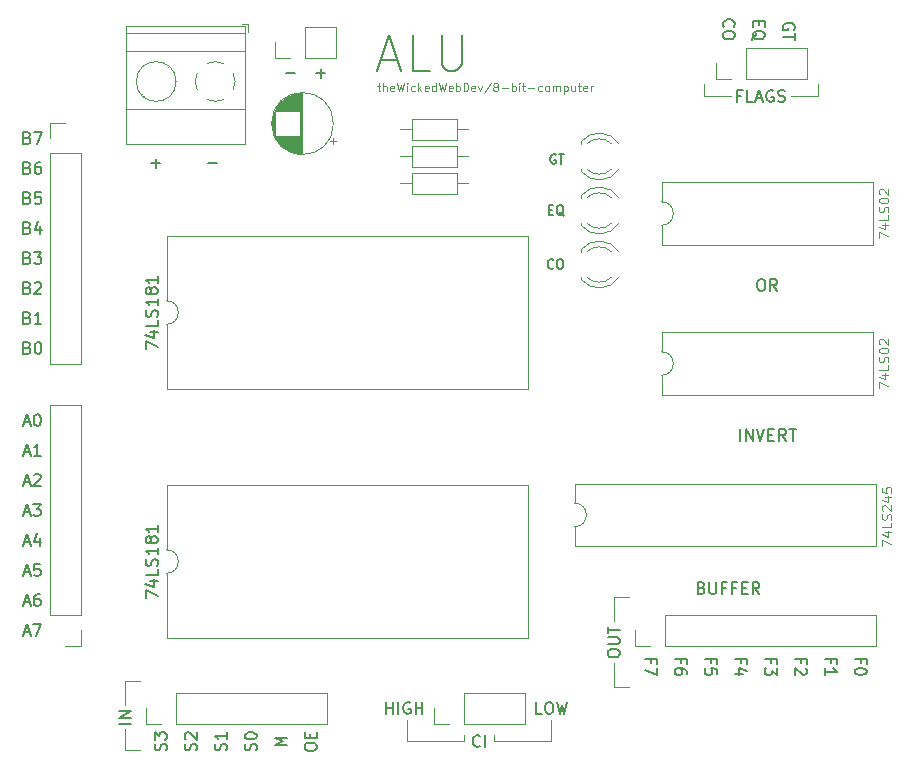
<source format=gbr>
%TF.GenerationSoftware,KiCad,Pcbnew,(5.1.9-0-10_14)*%
%TF.CreationDate,2021-05-10T13:01:54-04:00*%
%TF.ProjectId,ALU-181,414c552d-3138-4312-9e6b-696361645f70,rev?*%
%TF.SameCoordinates,Original*%
%TF.FileFunction,Legend,Top*%
%TF.FilePolarity,Positive*%
%FSLAX46Y46*%
G04 Gerber Fmt 4.6, Leading zero omitted, Abs format (unit mm)*
G04 Created by KiCad (PCBNEW (5.1.9-0-10_14)) date 2021-05-10 13:01:54*
%MOMM*%
%LPD*%
G01*
G04 APERTURE LIST*
%ADD10C,0.150000*%
%ADD11C,0.120000*%
%ADD12C,0.130000*%
%ADD13C,0.100000*%
%ADD14C,0.200000*%
G04 APERTURE END LIST*
D10*
X135554500Y-107005428D02*
X136316404Y-107005428D01*
X135935452Y-107386380D02*
X135935452Y-106624476D01*
X140380500Y-107005428D02*
X141142404Y-107005428D01*
X146984500Y-99385428D02*
X147746404Y-99385428D01*
X149524500Y-99385428D02*
X150286404Y-99385428D01*
X149905452Y-99766380D02*
X149905452Y-99004476D01*
D11*
X133350000Y-156718000D02*
X134620000Y-156718000D01*
X133350000Y-154940000D02*
X133350000Y-156718000D01*
X133350000Y-150876000D02*
X134620000Y-150876000D01*
X133350000Y-152908000D02*
X133350000Y-150876000D01*
X174752000Y-149352000D02*
X174752000Y-151384000D01*
X174752000Y-143764000D02*
X174752000Y-145796000D01*
X174752000Y-151384000D02*
X176022000Y-151384000D01*
X174752000Y-143764000D02*
X176022000Y-143764000D01*
D10*
X174204380Y-148574000D02*
X174204380Y-148383523D01*
X174252000Y-148288285D01*
X174347238Y-148193047D01*
X174537714Y-148145428D01*
X174871047Y-148145428D01*
X175061523Y-148193047D01*
X175156761Y-148288285D01*
X175204380Y-148383523D01*
X175204380Y-148574000D01*
X175156761Y-148669238D01*
X175061523Y-148764476D01*
X174871047Y-148812095D01*
X174537714Y-148812095D01*
X174347238Y-148764476D01*
X174252000Y-148669238D01*
X174204380Y-148574000D01*
X174204380Y-147716857D02*
X175013904Y-147716857D01*
X175109142Y-147669238D01*
X175156761Y-147621619D01*
X175204380Y-147526380D01*
X175204380Y-147335904D01*
X175156761Y-147240666D01*
X175109142Y-147193047D01*
X175013904Y-147145428D01*
X174204380Y-147145428D01*
X174204380Y-146812095D02*
X174204380Y-146240666D01*
X175204380Y-146526380D02*
X174204380Y-146526380D01*
D11*
X192024000Y-101346000D02*
X192024000Y-100330000D01*
X189738000Y-101346000D02*
X192024000Y-101346000D01*
X182372000Y-101346000D02*
X182372000Y-100330000D01*
X184658000Y-101346000D02*
X182372000Y-101346000D01*
D10*
X185481738Y-101274571D02*
X185148404Y-101274571D01*
X185148404Y-101798380D02*
X185148404Y-100798380D01*
X185624595Y-100798380D01*
X186481738Y-101798380D02*
X186005547Y-101798380D01*
X186005547Y-100798380D01*
X186767452Y-101512666D02*
X187243642Y-101512666D01*
X186672214Y-101798380D02*
X187005547Y-100798380D01*
X187338880Y-101798380D01*
X188196023Y-100846000D02*
X188100785Y-100798380D01*
X187957928Y-100798380D01*
X187815071Y-100846000D01*
X187719833Y-100941238D01*
X187672214Y-101036476D01*
X187624595Y-101226952D01*
X187624595Y-101369809D01*
X187672214Y-101560285D01*
X187719833Y-101655523D01*
X187815071Y-101750761D01*
X187957928Y-101798380D01*
X188053166Y-101798380D01*
X188196023Y-101750761D01*
X188243642Y-101703142D01*
X188243642Y-101369809D01*
X188053166Y-101369809D01*
X188624595Y-101750761D02*
X188767452Y-101798380D01*
X189005547Y-101798380D01*
X189100785Y-101750761D01*
X189148404Y-101703142D01*
X189196023Y-101607904D01*
X189196023Y-101512666D01*
X189148404Y-101417428D01*
X189100785Y-101369809D01*
X189005547Y-101322190D01*
X188815071Y-101274571D01*
X188719833Y-101226952D01*
X188672214Y-101179333D01*
X188624595Y-101084095D01*
X188624595Y-100988857D01*
X188672214Y-100893619D01*
X188719833Y-100846000D01*
X188815071Y-100798380D01*
X189053166Y-100798380D01*
X189196023Y-100846000D01*
X133802380Y-154447809D02*
X132802380Y-154447809D01*
X133802380Y-153971619D02*
X132802380Y-153971619D01*
X133802380Y-153400190D01*
X132802380Y-153400190D01*
D12*
X182142095Y-142930571D02*
X182284952Y-142978190D01*
X182332571Y-143025809D01*
X182380190Y-143121047D01*
X182380190Y-143263904D01*
X182332571Y-143359142D01*
X182284952Y-143406761D01*
X182189714Y-143454380D01*
X181808761Y-143454380D01*
X181808761Y-142454380D01*
X182142095Y-142454380D01*
X182237333Y-142502000D01*
X182284952Y-142549619D01*
X182332571Y-142644857D01*
X182332571Y-142740095D01*
X182284952Y-142835333D01*
X182237333Y-142882952D01*
X182142095Y-142930571D01*
X181808761Y-142930571D01*
X182808761Y-142454380D02*
X182808761Y-143263904D01*
X182856380Y-143359142D01*
X182904000Y-143406761D01*
X182999238Y-143454380D01*
X183189714Y-143454380D01*
X183284952Y-143406761D01*
X183332571Y-143359142D01*
X183380190Y-143263904D01*
X183380190Y-142454380D01*
X184189714Y-142930571D02*
X183856380Y-142930571D01*
X183856380Y-143454380D02*
X183856380Y-142454380D01*
X184332571Y-142454380D01*
X185046857Y-142930571D02*
X184713523Y-142930571D01*
X184713523Y-143454380D02*
X184713523Y-142454380D01*
X185189714Y-142454380D01*
X185570666Y-142930571D02*
X185904000Y-142930571D01*
X186046857Y-143454380D02*
X185570666Y-143454380D01*
X185570666Y-142454380D01*
X186046857Y-142454380D01*
X187046857Y-143454380D02*
X186713523Y-142978190D01*
X186475428Y-143454380D02*
X186475428Y-142454380D01*
X186856380Y-142454380D01*
X186951619Y-142502000D01*
X186999238Y-142549619D01*
X187046857Y-142644857D01*
X187046857Y-142787714D01*
X186999238Y-142882952D01*
X186951619Y-142930571D01*
X186856380Y-142978190D01*
X186475428Y-142978190D01*
D11*
X169418000Y-155956000D02*
X169418000Y-154178000D01*
X164592000Y-155956000D02*
X169418000Y-155956000D01*
X164592000Y-155448000D02*
X164592000Y-155956000D01*
X157226000Y-155956000D02*
X157226000Y-154178000D01*
X162052000Y-155956000D02*
X157226000Y-155956000D01*
X162052000Y-155448000D02*
X162052000Y-155956000D01*
D10*
X195651428Y-149272666D02*
X195651428Y-148939333D01*
X195127619Y-148939333D02*
X196127619Y-148939333D01*
X196127619Y-149415523D01*
X196127619Y-149986952D02*
X196127619Y-150082190D01*
X196080000Y-150177428D01*
X196032380Y-150225047D01*
X195937142Y-150272666D01*
X195746666Y-150320285D01*
X195508571Y-150320285D01*
X195318095Y-150272666D01*
X195222857Y-150225047D01*
X195175238Y-150177428D01*
X195127619Y-150082190D01*
X195127619Y-149986952D01*
X195175238Y-149891714D01*
X195222857Y-149844095D01*
X195318095Y-149796476D01*
X195508571Y-149748857D01*
X195746666Y-149748857D01*
X195937142Y-149796476D01*
X196032380Y-149844095D01*
X196080000Y-149891714D01*
X196127619Y-149986952D01*
X193111428Y-149272666D02*
X193111428Y-148939333D01*
X192587619Y-148939333D02*
X193587619Y-148939333D01*
X193587619Y-149415523D01*
X192587619Y-150320285D02*
X192587619Y-149748857D01*
X192587619Y-150034571D02*
X193587619Y-150034571D01*
X193444761Y-149939333D01*
X193349523Y-149844095D01*
X193301904Y-149748857D01*
X190571428Y-149272666D02*
X190571428Y-148939333D01*
X190047619Y-148939333D02*
X191047619Y-148939333D01*
X191047619Y-149415523D01*
X190952380Y-149748857D02*
X191000000Y-149796476D01*
X191047619Y-149891714D01*
X191047619Y-150129809D01*
X191000000Y-150225047D01*
X190952380Y-150272666D01*
X190857142Y-150320285D01*
X190761904Y-150320285D01*
X190619047Y-150272666D01*
X190047619Y-149701238D01*
X190047619Y-150320285D01*
X188031428Y-149272666D02*
X188031428Y-148939333D01*
X187507619Y-148939333D02*
X188507619Y-148939333D01*
X188507619Y-149415523D01*
X188507619Y-149701238D02*
X188507619Y-150320285D01*
X188126666Y-149986952D01*
X188126666Y-150129809D01*
X188079047Y-150225047D01*
X188031428Y-150272666D01*
X187936190Y-150320285D01*
X187698095Y-150320285D01*
X187602857Y-150272666D01*
X187555238Y-150225047D01*
X187507619Y-150129809D01*
X187507619Y-149844095D01*
X187555238Y-149748857D01*
X187602857Y-149701238D01*
X185491428Y-149272666D02*
X185491428Y-148939333D01*
X184967619Y-148939333D02*
X185967619Y-148939333D01*
X185967619Y-149415523D01*
X185634285Y-150225047D02*
X184967619Y-150225047D01*
X186015238Y-149986952D02*
X185300952Y-149748857D01*
X185300952Y-150367904D01*
X182951428Y-149272666D02*
X182951428Y-148939333D01*
X182427619Y-148939333D02*
X183427619Y-148939333D01*
X183427619Y-149415523D01*
X183427619Y-150272666D02*
X183427619Y-149796476D01*
X182951428Y-149748857D01*
X182999047Y-149796476D01*
X183046666Y-149891714D01*
X183046666Y-150129809D01*
X182999047Y-150225047D01*
X182951428Y-150272666D01*
X182856190Y-150320285D01*
X182618095Y-150320285D01*
X182522857Y-150272666D01*
X182475238Y-150225047D01*
X182427619Y-150129809D01*
X182427619Y-149891714D01*
X182475238Y-149796476D01*
X182522857Y-149748857D01*
X180411428Y-149272666D02*
X180411428Y-148939333D01*
X179887619Y-148939333D02*
X180887619Y-148939333D01*
X180887619Y-149415523D01*
X180887619Y-150225047D02*
X180887619Y-150034571D01*
X180840000Y-149939333D01*
X180792380Y-149891714D01*
X180649523Y-149796476D01*
X180459047Y-149748857D01*
X180078095Y-149748857D01*
X179982857Y-149796476D01*
X179935238Y-149844095D01*
X179887619Y-149939333D01*
X179887619Y-150129809D01*
X179935238Y-150225047D01*
X179982857Y-150272666D01*
X180078095Y-150320285D01*
X180316190Y-150320285D01*
X180411428Y-150272666D01*
X180459047Y-150225047D01*
X180506666Y-150129809D01*
X180506666Y-149939333D01*
X180459047Y-149844095D01*
X180411428Y-149796476D01*
X180316190Y-149748857D01*
X177871428Y-149272666D02*
X177871428Y-148939333D01*
X177347619Y-148939333D02*
X178347619Y-148939333D01*
X178347619Y-149415523D01*
X178347619Y-149701238D02*
X178347619Y-150367904D01*
X177347619Y-149939333D01*
X147010380Y-156289333D02*
X146010380Y-156289333D01*
X146724666Y-155956000D01*
X146010380Y-155622666D01*
X147010380Y-155622666D01*
X148550380Y-156503619D02*
X148550380Y-156313142D01*
X148598000Y-156217904D01*
X148693238Y-156122666D01*
X148883714Y-156075047D01*
X149217047Y-156075047D01*
X149407523Y-156122666D01*
X149502761Y-156217904D01*
X149550380Y-156313142D01*
X149550380Y-156503619D01*
X149502761Y-156598857D01*
X149407523Y-156694095D01*
X149217047Y-156741714D01*
X148883714Y-156741714D01*
X148693238Y-156694095D01*
X148598000Y-156598857D01*
X148550380Y-156503619D01*
X149026571Y-155646476D02*
X149026571Y-155313142D01*
X149550380Y-155170285D02*
X149550380Y-155646476D01*
X148550380Y-155646476D01*
X148550380Y-155170285D01*
D13*
X197427904Y-139401238D02*
X197427904Y-138867904D01*
X198227904Y-139210761D01*
X197694571Y-138220285D02*
X198227904Y-138220285D01*
X197389809Y-138410761D02*
X197961238Y-138601238D01*
X197961238Y-138106000D01*
X198227904Y-137420285D02*
X198227904Y-137801238D01*
X197427904Y-137801238D01*
X198189809Y-137191714D02*
X198227904Y-137077428D01*
X198227904Y-136886952D01*
X198189809Y-136810761D01*
X198151714Y-136772666D01*
X198075523Y-136734571D01*
X197999333Y-136734571D01*
X197923142Y-136772666D01*
X197885047Y-136810761D01*
X197846952Y-136886952D01*
X197808857Y-137039333D01*
X197770761Y-137115523D01*
X197732666Y-137153619D01*
X197656476Y-137191714D01*
X197580285Y-137191714D01*
X197504095Y-137153619D01*
X197466000Y-137115523D01*
X197427904Y-137039333D01*
X197427904Y-136848857D01*
X197466000Y-136734571D01*
X197504095Y-136429809D02*
X197466000Y-136391714D01*
X197427904Y-136315523D01*
X197427904Y-136125047D01*
X197466000Y-136048857D01*
X197504095Y-136010761D01*
X197580285Y-135972666D01*
X197656476Y-135972666D01*
X197770761Y-136010761D01*
X198227904Y-136467904D01*
X198227904Y-135972666D01*
X197694571Y-135286952D02*
X198227904Y-135286952D01*
X197389809Y-135477428D02*
X197961238Y-135667904D01*
X197961238Y-135172666D01*
X197427904Y-134486952D02*
X197427904Y-134867904D01*
X197808857Y-134906000D01*
X197770761Y-134867904D01*
X197732666Y-134791714D01*
X197732666Y-134601238D01*
X197770761Y-134525047D01*
X197808857Y-134486952D01*
X197885047Y-134448857D01*
X198075523Y-134448857D01*
X198151714Y-134486952D01*
X198189809Y-134525047D01*
X198227904Y-134601238D01*
X198227904Y-134791714D01*
X198189809Y-134867904D01*
X198151714Y-134906000D01*
X197173904Y-126066285D02*
X197173904Y-125532952D01*
X197973904Y-125875809D01*
X197440571Y-124885333D02*
X197973904Y-124885333D01*
X197135809Y-125075809D02*
X197707238Y-125266285D01*
X197707238Y-124771047D01*
X197973904Y-124085333D02*
X197973904Y-124466285D01*
X197173904Y-124466285D01*
X197935809Y-123856761D02*
X197973904Y-123742476D01*
X197973904Y-123552000D01*
X197935809Y-123475809D01*
X197897714Y-123437714D01*
X197821523Y-123399619D01*
X197745333Y-123399619D01*
X197669142Y-123437714D01*
X197631047Y-123475809D01*
X197592952Y-123552000D01*
X197554857Y-123704380D01*
X197516761Y-123780571D01*
X197478666Y-123818666D01*
X197402476Y-123856761D01*
X197326285Y-123856761D01*
X197250095Y-123818666D01*
X197212000Y-123780571D01*
X197173904Y-123704380D01*
X197173904Y-123513904D01*
X197212000Y-123399619D01*
X197173904Y-122904380D02*
X197173904Y-122828190D01*
X197212000Y-122752000D01*
X197250095Y-122713904D01*
X197326285Y-122675809D01*
X197478666Y-122637714D01*
X197669142Y-122637714D01*
X197821523Y-122675809D01*
X197897714Y-122713904D01*
X197935809Y-122752000D01*
X197973904Y-122828190D01*
X197973904Y-122904380D01*
X197935809Y-122980571D01*
X197897714Y-123018666D01*
X197821523Y-123056761D01*
X197669142Y-123094857D01*
X197478666Y-123094857D01*
X197326285Y-123056761D01*
X197250095Y-123018666D01*
X197212000Y-122980571D01*
X197173904Y-122904380D01*
X197250095Y-122332952D02*
X197212000Y-122294857D01*
X197173904Y-122218666D01*
X197173904Y-122028190D01*
X197212000Y-121952000D01*
X197250095Y-121913904D01*
X197326285Y-121875809D01*
X197402476Y-121875809D01*
X197516761Y-121913904D01*
X197973904Y-122371047D01*
X197973904Y-121875809D01*
X197173904Y-113366285D02*
X197173904Y-112832952D01*
X197973904Y-113175809D01*
X197440571Y-112185333D02*
X197973904Y-112185333D01*
X197135809Y-112375809D02*
X197707238Y-112566285D01*
X197707238Y-112071047D01*
X197973904Y-111385333D02*
X197973904Y-111766285D01*
X197173904Y-111766285D01*
X197935809Y-111156761D02*
X197973904Y-111042476D01*
X197973904Y-110852000D01*
X197935809Y-110775809D01*
X197897714Y-110737714D01*
X197821523Y-110699619D01*
X197745333Y-110699619D01*
X197669142Y-110737714D01*
X197631047Y-110775809D01*
X197592952Y-110852000D01*
X197554857Y-111004380D01*
X197516761Y-111080571D01*
X197478666Y-111118666D01*
X197402476Y-111156761D01*
X197326285Y-111156761D01*
X197250095Y-111118666D01*
X197212000Y-111080571D01*
X197173904Y-111004380D01*
X197173904Y-110813904D01*
X197212000Y-110699619D01*
X197173904Y-110204380D02*
X197173904Y-110128190D01*
X197212000Y-110052000D01*
X197250095Y-110013904D01*
X197326285Y-109975809D01*
X197478666Y-109937714D01*
X197669142Y-109937714D01*
X197821523Y-109975809D01*
X197897714Y-110013904D01*
X197935809Y-110052000D01*
X197973904Y-110128190D01*
X197973904Y-110204380D01*
X197935809Y-110280571D01*
X197897714Y-110318666D01*
X197821523Y-110356761D01*
X197669142Y-110394857D01*
X197478666Y-110394857D01*
X197326285Y-110356761D01*
X197250095Y-110318666D01*
X197212000Y-110280571D01*
X197173904Y-110204380D01*
X197250095Y-109632952D02*
X197212000Y-109594857D01*
X197173904Y-109518666D01*
X197173904Y-109328190D01*
X197212000Y-109252000D01*
X197250095Y-109213904D01*
X197326285Y-109175809D01*
X197402476Y-109175809D01*
X197516761Y-109213904D01*
X197973904Y-109671047D01*
X197973904Y-109175809D01*
D12*
X187110761Y-116800380D02*
X187301238Y-116800380D01*
X187396476Y-116848000D01*
X187491714Y-116943238D01*
X187539333Y-117133714D01*
X187539333Y-117467047D01*
X187491714Y-117657523D01*
X187396476Y-117752761D01*
X187301238Y-117800380D01*
X187110761Y-117800380D01*
X187015523Y-117752761D01*
X186920285Y-117657523D01*
X186872666Y-117467047D01*
X186872666Y-117133714D01*
X186920285Y-116943238D01*
X187015523Y-116848000D01*
X187110761Y-116800380D01*
X188539333Y-117800380D02*
X188206000Y-117324190D01*
X187967904Y-117800380D02*
X187967904Y-116800380D01*
X188348857Y-116800380D01*
X188444095Y-116848000D01*
X188491714Y-116895619D01*
X188539333Y-116990857D01*
X188539333Y-117133714D01*
X188491714Y-117228952D01*
X188444095Y-117276571D01*
X188348857Y-117324190D01*
X187967904Y-117324190D01*
X185420285Y-130500380D02*
X185420285Y-129500380D01*
X185896476Y-130500380D02*
X185896476Y-129500380D01*
X186467904Y-130500380D01*
X186467904Y-129500380D01*
X186801238Y-129500380D02*
X187134571Y-130500380D01*
X187467904Y-129500380D01*
X187801238Y-129976571D02*
X188134571Y-129976571D01*
X188277428Y-130500380D02*
X187801238Y-130500380D01*
X187801238Y-129500380D01*
X188277428Y-129500380D01*
X189277428Y-130500380D02*
X188944095Y-130024190D01*
X188706000Y-130500380D02*
X188706000Y-129500380D01*
X189086952Y-129500380D01*
X189182190Y-129548000D01*
X189229809Y-129595619D01*
X189277428Y-129690857D01*
X189277428Y-129833714D01*
X189229809Y-129928952D01*
X189182190Y-129976571D01*
X189086952Y-130024190D01*
X188706000Y-130024190D01*
X189563142Y-129500380D02*
X190134571Y-129500380D01*
X189848857Y-130500380D02*
X189848857Y-129500380D01*
X135088380Y-143835047D02*
X135088380Y-143168380D01*
X136088380Y-143596952D01*
X135421714Y-142358857D02*
X136088380Y-142358857D01*
X135040761Y-142596952D02*
X135755047Y-142835047D01*
X135755047Y-142216000D01*
X136088380Y-141358857D02*
X136088380Y-141835047D01*
X135088380Y-141835047D01*
X136040761Y-141073142D02*
X136088380Y-140930285D01*
X136088380Y-140692190D01*
X136040761Y-140596952D01*
X135993142Y-140549333D01*
X135897904Y-140501714D01*
X135802666Y-140501714D01*
X135707428Y-140549333D01*
X135659809Y-140596952D01*
X135612190Y-140692190D01*
X135564571Y-140882666D01*
X135516952Y-140977904D01*
X135469333Y-141025523D01*
X135374095Y-141073142D01*
X135278857Y-141073142D01*
X135183619Y-141025523D01*
X135136000Y-140977904D01*
X135088380Y-140882666D01*
X135088380Y-140644571D01*
X135136000Y-140501714D01*
X136088380Y-139549333D02*
X136088380Y-140120761D01*
X136088380Y-139835047D02*
X135088380Y-139835047D01*
X135231238Y-139930285D01*
X135326476Y-140025523D01*
X135374095Y-140120761D01*
X135516952Y-138977904D02*
X135469333Y-139073142D01*
X135421714Y-139120761D01*
X135326476Y-139168380D01*
X135278857Y-139168380D01*
X135183619Y-139120761D01*
X135136000Y-139073142D01*
X135088380Y-138977904D01*
X135088380Y-138787428D01*
X135136000Y-138692190D01*
X135183619Y-138644571D01*
X135278857Y-138596952D01*
X135326476Y-138596952D01*
X135421714Y-138644571D01*
X135469333Y-138692190D01*
X135516952Y-138787428D01*
X135516952Y-138977904D01*
X135564571Y-139073142D01*
X135612190Y-139120761D01*
X135707428Y-139168380D01*
X135897904Y-139168380D01*
X135993142Y-139120761D01*
X136040761Y-139073142D01*
X136088380Y-138977904D01*
X136088380Y-138787428D01*
X136040761Y-138692190D01*
X135993142Y-138644571D01*
X135897904Y-138596952D01*
X135707428Y-138596952D01*
X135612190Y-138644571D01*
X135564571Y-138692190D01*
X135516952Y-138787428D01*
X136088380Y-137644571D02*
X136088380Y-138216000D01*
X136088380Y-137930285D02*
X135088380Y-137930285D01*
X135231238Y-138025523D01*
X135326476Y-138120761D01*
X135374095Y-138216000D01*
X135088380Y-122753047D02*
X135088380Y-122086380D01*
X136088380Y-122514952D01*
X135421714Y-121276857D02*
X136088380Y-121276857D01*
X135040761Y-121514952D02*
X135755047Y-121753047D01*
X135755047Y-121134000D01*
X136088380Y-120276857D02*
X136088380Y-120753047D01*
X135088380Y-120753047D01*
X136040761Y-119991142D02*
X136088380Y-119848285D01*
X136088380Y-119610190D01*
X136040761Y-119514952D01*
X135993142Y-119467333D01*
X135897904Y-119419714D01*
X135802666Y-119419714D01*
X135707428Y-119467333D01*
X135659809Y-119514952D01*
X135612190Y-119610190D01*
X135564571Y-119800666D01*
X135516952Y-119895904D01*
X135469333Y-119943523D01*
X135374095Y-119991142D01*
X135278857Y-119991142D01*
X135183619Y-119943523D01*
X135136000Y-119895904D01*
X135088380Y-119800666D01*
X135088380Y-119562571D01*
X135136000Y-119419714D01*
X136088380Y-118467333D02*
X136088380Y-119038761D01*
X136088380Y-118753047D02*
X135088380Y-118753047D01*
X135231238Y-118848285D01*
X135326476Y-118943523D01*
X135374095Y-119038761D01*
X135516952Y-117895904D02*
X135469333Y-117991142D01*
X135421714Y-118038761D01*
X135326476Y-118086380D01*
X135278857Y-118086380D01*
X135183619Y-118038761D01*
X135136000Y-117991142D01*
X135088380Y-117895904D01*
X135088380Y-117705428D01*
X135136000Y-117610190D01*
X135183619Y-117562571D01*
X135278857Y-117514952D01*
X135326476Y-117514952D01*
X135421714Y-117562571D01*
X135469333Y-117610190D01*
X135516952Y-117705428D01*
X135516952Y-117895904D01*
X135564571Y-117991142D01*
X135612190Y-118038761D01*
X135707428Y-118086380D01*
X135897904Y-118086380D01*
X135993142Y-118038761D01*
X136040761Y-117991142D01*
X136088380Y-117895904D01*
X136088380Y-117705428D01*
X136040761Y-117610190D01*
X135993142Y-117562571D01*
X135897904Y-117514952D01*
X135707428Y-117514952D01*
X135612190Y-117562571D01*
X135564571Y-117610190D01*
X135516952Y-117705428D01*
X136088380Y-116562571D02*
X136088380Y-117134000D01*
X136088380Y-116848285D02*
X135088380Y-116848285D01*
X135231238Y-116943523D01*
X135326476Y-117038761D01*
X135374095Y-117134000D01*
D13*
X154696666Y-100434000D02*
X154963333Y-100434000D01*
X154796666Y-100200666D02*
X154796666Y-100800666D01*
X154830000Y-100867333D01*
X154896666Y-100900666D01*
X154963333Y-100900666D01*
X155196666Y-100900666D02*
X155196666Y-100200666D01*
X155496666Y-100900666D02*
X155496666Y-100534000D01*
X155463333Y-100467333D01*
X155396666Y-100434000D01*
X155296666Y-100434000D01*
X155230000Y-100467333D01*
X155196666Y-100500666D01*
X156096666Y-100867333D02*
X156030000Y-100900666D01*
X155896666Y-100900666D01*
X155830000Y-100867333D01*
X155796666Y-100800666D01*
X155796666Y-100534000D01*
X155830000Y-100467333D01*
X155896666Y-100434000D01*
X156030000Y-100434000D01*
X156096666Y-100467333D01*
X156130000Y-100534000D01*
X156130000Y-100600666D01*
X155796666Y-100667333D01*
X156363333Y-100200666D02*
X156530000Y-100900666D01*
X156663333Y-100400666D01*
X156796666Y-100900666D01*
X156963333Y-100200666D01*
X157230000Y-100900666D02*
X157230000Y-100434000D01*
X157230000Y-100200666D02*
X157196666Y-100234000D01*
X157230000Y-100267333D01*
X157263333Y-100234000D01*
X157230000Y-100200666D01*
X157230000Y-100267333D01*
X157863333Y-100867333D02*
X157796666Y-100900666D01*
X157663333Y-100900666D01*
X157596666Y-100867333D01*
X157563333Y-100834000D01*
X157530000Y-100767333D01*
X157530000Y-100567333D01*
X157563333Y-100500666D01*
X157596666Y-100467333D01*
X157663333Y-100434000D01*
X157796666Y-100434000D01*
X157863333Y-100467333D01*
X158163333Y-100900666D02*
X158163333Y-100200666D01*
X158230000Y-100634000D02*
X158430000Y-100900666D01*
X158430000Y-100434000D02*
X158163333Y-100700666D01*
X158996666Y-100867333D02*
X158930000Y-100900666D01*
X158796666Y-100900666D01*
X158730000Y-100867333D01*
X158696666Y-100800666D01*
X158696666Y-100534000D01*
X158730000Y-100467333D01*
X158796666Y-100434000D01*
X158930000Y-100434000D01*
X158996666Y-100467333D01*
X159030000Y-100534000D01*
X159030000Y-100600666D01*
X158696666Y-100667333D01*
X159630000Y-100900666D02*
X159630000Y-100200666D01*
X159630000Y-100867333D02*
X159563333Y-100900666D01*
X159430000Y-100900666D01*
X159363333Y-100867333D01*
X159330000Y-100834000D01*
X159296666Y-100767333D01*
X159296666Y-100567333D01*
X159330000Y-100500666D01*
X159363333Y-100467333D01*
X159430000Y-100434000D01*
X159563333Y-100434000D01*
X159630000Y-100467333D01*
X159896666Y-100200666D02*
X160063333Y-100900666D01*
X160196666Y-100400666D01*
X160330000Y-100900666D01*
X160496666Y-100200666D01*
X161030000Y-100867333D02*
X160963333Y-100900666D01*
X160830000Y-100900666D01*
X160763333Y-100867333D01*
X160730000Y-100800666D01*
X160730000Y-100534000D01*
X160763333Y-100467333D01*
X160830000Y-100434000D01*
X160963333Y-100434000D01*
X161030000Y-100467333D01*
X161063333Y-100534000D01*
X161063333Y-100600666D01*
X160730000Y-100667333D01*
X161363333Y-100900666D02*
X161363333Y-100200666D01*
X161363333Y-100467333D02*
X161430000Y-100434000D01*
X161563333Y-100434000D01*
X161630000Y-100467333D01*
X161663333Y-100500666D01*
X161696666Y-100567333D01*
X161696666Y-100767333D01*
X161663333Y-100834000D01*
X161630000Y-100867333D01*
X161563333Y-100900666D01*
X161430000Y-100900666D01*
X161363333Y-100867333D01*
X161996666Y-100900666D02*
X161996666Y-100200666D01*
X162163333Y-100200666D01*
X162263333Y-100234000D01*
X162330000Y-100300666D01*
X162363333Y-100367333D01*
X162396666Y-100500666D01*
X162396666Y-100600666D01*
X162363333Y-100734000D01*
X162330000Y-100800666D01*
X162263333Y-100867333D01*
X162163333Y-100900666D01*
X161996666Y-100900666D01*
X162963333Y-100867333D02*
X162896666Y-100900666D01*
X162763333Y-100900666D01*
X162696666Y-100867333D01*
X162663333Y-100800666D01*
X162663333Y-100534000D01*
X162696666Y-100467333D01*
X162763333Y-100434000D01*
X162896666Y-100434000D01*
X162963333Y-100467333D01*
X162996666Y-100534000D01*
X162996666Y-100600666D01*
X162663333Y-100667333D01*
X163230000Y-100434000D02*
X163396666Y-100900666D01*
X163563333Y-100434000D01*
X164330000Y-100167333D02*
X163730000Y-101067333D01*
X164663333Y-100500666D02*
X164596666Y-100467333D01*
X164563333Y-100434000D01*
X164530000Y-100367333D01*
X164530000Y-100334000D01*
X164563333Y-100267333D01*
X164596666Y-100234000D01*
X164663333Y-100200666D01*
X164796666Y-100200666D01*
X164863333Y-100234000D01*
X164896666Y-100267333D01*
X164930000Y-100334000D01*
X164930000Y-100367333D01*
X164896666Y-100434000D01*
X164863333Y-100467333D01*
X164796666Y-100500666D01*
X164663333Y-100500666D01*
X164596666Y-100534000D01*
X164563333Y-100567333D01*
X164530000Y-100634000D01*
X164530000Y-100767333D01*
X164563333Y-100834000D01*
X164596666Y-100867333D01*
X164663333Y-100900666D01*
X164796666Y-100900666D01*
X164863333Y-100867333D01*
X164896666Y-100834000D01*
X164930000Y-100767333D01*
X164930000Y-100634000D01*
X164896666Y-100567333D01*
X164863333Y-100534000D01*
X164796666Y-100500666D01*
X165230000Y-100634000D02*
X165763333Y-100634000D01*
X166096666Y-100900666D02*
X166096666Y-100200666D01*
X166096666Y-100467333D02*
X166163333Y-100434000D01*
X166296666Y-100434000D01*
X166363333Y-100467333D01*
X166396666Y-100500666D01*
X166430000Y-100567333D01*
X166430000Y-100767333D01*
X166396666Y-100834000D01*
X166363333Y-100867333D01*
X166296666Y-100900666D01*
X166163333Y-100900666D01*
X166096666Y-100867333D01*
X166730000Y-100900666D02*
X166730000Y-100434000D01*
X166730000Y-100200666D02*
X166696666Y-100234000D01*
X166730000Y-100267333D01*
X166763333Y-100234000D01*
X166730000Y-100200666D01*
X166730000Y-100267333D01*
X166963333Y-100434000D02*
X167230000Y-100434000D01*
X167063333Y-100200666D02*
X167063333Y-100800666D01*
X167096666Y-100867333D01*
X167163333Y-100900666D01*
X167230000Y-100900666D01*
X167463333Y-100634000D02*
X167996666Y-100634000D01*
X168630000Y-100867333D02*
X168563333Y-100900666D01*
X168430000Y-100900666D01*
X168363333Y-100867333D01*
X168330000Y-100834000D01*
X168296666Y-100767333D01*
X168296666Y-100567333D01*
X168330000Y-100500666D01*
X168363333Y-100467333D01*
X168430000Y-100434000D01*
X168563333Y-100434000D01*
X168630000Y-100467333D01*
X169030000Y-100900666D02*
X168963333Y-100867333D01*
X168930000Y-100834000D01*
X168896666Y-100767333D01*
X168896666Y-100567333D01*
X168930000Y-100500666D01*
X168963333Y-100467333D01*
X169030000Y-100434000D01*
X169130000Y-100434000D01*
X169196666Y-100467333D01*
X169230000Y-100500666D01*
X169263333Y-100567333D01*
X169263333Y-100767333D01*
X169230000Y-100834000D01*
X169196666Y-100867333D01*
X169130000Y-100900666D01*
X169030000Y-100900666D01*
X169563333Y-100900666D02*
X169563333Y-100434000D01*
X169563333Y-100500666D02*
X169596666Y-100467333D01*
X169663333Y-100434000D01*
X169763333Y-100434000D01*
X169830000Y-100467333D01*
X169863333Y-100534000D01*
X169863333Y-100900666D01*
X169863333Y-100534000D02*
X169896666Y-100467333D01*
X169963333Y-100434000D01*
X170063333Y-100434000D01*
X170130000Y-100467333D01*
X170163333Y-100534000D01*
X170163333Y-100900666D01*
X170496666Y-100434000D02*
X170496666Y-101134000D01*
X170496666Y-100467333D02*
X170563333Y-100434000D01*
X170696666Y-100434000D01*
X170763333Y-100467333D01*
X170796666Y-100500666D01*
X170830000Y-100567333D01*
X170830000Y-100767333D01*
X170796666Y-100834000D01*
X170763333Y-100867333D01*
X170696666Y-100900666D01*
X170563333Y-100900666D01*
X170496666Y-100867333D01*
X171430000Y-100434000D02*
X171430000Y-100900666D01*
X171130000Y-100434000D02*
X171130000Y-100800666D01*
X171163333Y-100867333D01*
X171230000Y-100900666D01*
X171330000Y-100900666D01*
X171396666Y-100867333D01*
X171430000Y-100834000D01*
X171663333Y-100434000D02*
X171930000Y-100434000D01*
X171763333Y-100200666D02*
X171763333Y-100800666D01*
X171796666Y-100867333D01*
X171863333Y-100900666D01*
X171930000Y-100900666D01*
X172430000Y-100867333D02*
X172363333Y-100900666D01*
X172230000Y-100900666D01*
X172163333Y-100867333D01*
X172130000Y-100800666D01*
X172130000Y-100534000D01*
X172163333Y-100467333D01*
X172230000Y-100434000D01*
X172363333Y-100434000D01*
X172430000Y-100467333D01*
X172463333Y-100534000D01*
X172463333Y-100600666D01*
X172130000Y-100667333D01*
X172763333Y-100900666D02*
X172763333Y-100434000D01*
X172763333Y-100567333D02*
X172796666Y-100500666D01*
X172830000Y-100467333D01*
X172896666Y-100434000D01*
X172963333Y-100434000D01*
D14*
X154996000Y-98290000D02*
X156424571Y-98290000D01*
X154710285Y-99147142D02*
X155710285Y-96147142D01*
X156710285Y-99147142D01*
X159138857Y-99147142D02*
X157710285Y-99147142D01*
X157710285Y-96147142D01*
X160138857Y-96147142D02*
X160138857Y-98575714D01*
X160281714Y-98861428D01*
X160424571Y-99004285D01*
X160710285Y-99147142D01*
X161281714Y-99147142D01*
X161567428Y-99004285D01*
X161710285Y-98861428D01*
X161853142Y-98575714D01*
X161853142Y-96147142D01*
D10*
X155424380Y-153614380D02*
X155424380Y-152614380D01*
X155424380Y-153090571D02*
X155995809Y-153090571D01*
X155995809Y-153614380D02*
X155995809Y-152614380D01*
X156472000Y-153614380D02*
X156472000Y-152614380D01*
X157472000Y-152662000D02*
X157376761Y-152614380D01*
X157233904Y-152614380D01*
X157091047Y-152662000D01*
X156995809Y-152757238D01*
X156948190Y-152852476D01*
X156900571Y-153042952D01*
X156900571Y-153185809D01*
X156948190Y-153376285D01*
X156995809Y-153471523D01*
X157091047Y-153566761D01*
X157233904Y-153614380D01*
X157329142Y-153614380D01*
X157472000Y-153566761D01*
X157519619Y-153519142D01*
X157519619Y-153185809D01*
X157329142Y-153185809D01*
X157948190Y-153614380D02*
X157948190Y-152614380D01*
X157948190Y-153090571D02*
X158519619Y-153090571D01*
X158519619Y-153614380D02*
X158519619Y-152614380D01*
X168632285Y-153614380D02*
X168156095Y-153614380D01*
X168156095Y-152614380D01*
X169156095Y-152614380D02*
X169346571Y-152614380D01*
X169441809Y-152662000D01*
X169537047Y-152757238D01*
X169584666Y-152947714D01*
X169584666Y-153281047D01*
X169537047Y-153471523D01*
X169441809Y-153566761D01*
X169346571Y-153614380D01*
X169156095Y-153614380D01*
X169060857Y-153566761D01*
X168965619Y-153471523D01*
X168918000Y-153281047D01*
X168918000Y-152947714D01*
X168965619Y-152757238D01*
X169060857Y-152662000D01*
X169156095Y-152614380D01*
X169918000Y-152614380D02*
X170156095Y-153614380D01*
X170346571Y-152900095D01*
X170537047Y-153614380D01*
X170775142Y-152614380D01*
X163393428Y-156313142D02*
X163345809Y-156360761D01*
X163202952Y-156408380D01*
X163107714Y-156408380D01*
X162964857Y-156360761D01*
X162869619Y-156265523D01*
X162822000Y-156170285D01*
X162774380Y-155979809D01*
X162774380Y-155836952D01*
X162822000Y-155646476D01*
X162869619Y-155551238D01*
X162964857Y-155456000D01*
X163107714Y-155408380D01*
X163202952Y-155408380D01*
X163345809Y-155456000D01*
X163393428Y-155503619D01*
X163822000Y-156408380D02*
X163822000Y-155408380D01*
X189984000Y-95676500D02*
X190031619Y-95581261D01*
X190031619Y-95438404D01*
X189984000Y-95295547D01*
X189888761Y-95200309D01*
X189793523Y-95152690D01*
X189603047Y-95105071D01*
X189460190Y-95105071D01*
X189269714Y-95152690D01*
X189174476Y-95200309D01*
X189079238Y-95295547D01*
X189031619Y-95438404D01*
X189031619Y-95533642D01*
X189079238Y-95676500D01*
X189126857Y-95724119D01*
X189460190Y-95724119D01*
X189460190Y-95533642D01*
X190031619Y-96009833D02*
X190031619Y-96581261D01*
X189031619Y-96295547D02*
X190031619Y-96295547D01*
X187015428Y-94962214D02*
X187015428Y-95295547D01*
X186491619Y-95438404D02*
X186491619Y-94962214D01*
X187491619Y-94962214D01*
X187491619Y-95438404D01*
X186396380Y-96533642D02*
X186444000Y-96438404D01*
X186539238Y-96343166D01*
X186682095Y-96200309D01*
X186729714Y-96105071D01*
X186729714Y-96009833D01*
X186491619Y-96057452D02*
X186539238Y-95962214D01*
X186634476Y-95866976D01*
X186824952Y-95819357D01*
X187158285Y-95819357D01*
X187348761Y-95866976D01*
X187444000Y-95962214D01*
X187491619Y-96057452D01*
X187491619Y-96247928D01*
X187444000Y-96343166D01*
X187348761Y-96438404D01*
X187158285Y-96486023D01*
X186824952Y-96486023D01*
X186634476Y-96438404D01*
X186539238Y-96343166D01*
X186491619Y-96247928D01*
X186491619Y-96057452D01*
X184046857Y-95438404D02*
X183999238Y-95390785D01*
X183951619Y-95247928D01*
X183951619Y-95152690D01*
X183999238Y-95009833D01*
X184094476Y-94914595D01*
X184189714Y-94866976D01*
X184380190Y-94819357D01*
X184523047Y-94819357D01*
X184713523Y-94866976D01*
X184808761Y-94914595D01*
X184904000Y-95009833D01*
X184951619Y-95152690D01*
X184951619Y-95247928D01*
X184904000Y-95390785D01*
X184856380Y-95438404D01*
X184951619Y-96057452D02*
X184951619Y-96247928D01*
X184904000Y-96343166D01*
X184808761Y-96438404D01*
X184618285Y-96486023D01*
X184284952Y-96486023D01*
X184094476Y-96438404D01*
X183999238Y-96343166D01*
X183951619Y-96247928D01*
X183951619Y-96057452D01*
X183999238Y-95962214D01*
X184094476Y-95866976D01*
X184284952Y-95819357D01*
X184618285Y-95819357D01*
X184808761Y-95866976D01*
X184904000Y-95962214D01*
X184951619Y-96057452D01*
X125071238Y-107370571D02*
X125214095Y-107418190D01*
X125261714Y-107465809D01*
X125309333Y-107561047D01*
X125309333Y-107703904D01*
X125261714Y-107799142D01*
X125214095Y-107846761D01*
X125118857Y-107894380D01*
X124737904Y-107894380D01*
X124737904Y-106894380D01*
X125071238Y-106894380D01*
X125166476Y-106942000D01*
X125214095Y-106989619D01*
X125261714Y-107084857D01*
X125261714Y-107180095D01*
X125214095Y-107275333D01*
X125166476Y-107322952D01*
X125071238Y-107370571D01*
X124737904Y-107370571D01*
X126166476Y-106894380D02*
X125976000Y-106894380D01*
X125880761Y-106942000D01*
X125833142Y-106989619D01*
X125737904Y-107132476D01*
X125690285Y-107322952D01*
X125690285Y-107703904D01*
X125737904Y-107799142D01*
X125785523Y-107846761D01*
X125880761Y-107894380D01*
X126071238Y-107894380D01*
X126166476Y-107846761D01*
X126214095Y-107799142D01*
X126261714Y-107703904D01*
X126261714Y-107465809D01*
X126214095Y-107370571D01*
X126166476Y-107322952D01*
X126071238Y-107275333D01*
X125880761Y-107275333D01*
X125785523Y-107322952D01*
X125737904Y-107370571D01*
X125690285Y-107465809D01*
X125071238Y-112450571D02*
X125214095Y-112498190D01*
X125261714Y-112545809D01*
X125309333Y-112641047D01*
X125309333Y-112783904D01*
X125261714Y-112879142D01*
X125214095Y-112926761D01*
X125118857Y-112974380D01*
X124737904Y-112974380D01*
X124737904Y-111974380D01*
X125071238Y-111974380D01*
X125166476Y-112022000D01*
X125214095Y-112069619D01*
X125261714Y-112164857D01*
X125261714Y-112260095D01*
X125214095Y-112355333D01*
X125166476Y-112402952D01*
X125071238Y-112450571D01*
X124737904Y-112450571D01*
X126166476Y-112307714D02*
X126166476Y-112974380D01*
X125928380Y-111926761D02*
X125690285Y-112641047D01*
X126309333Y-112641047D01*
X125071238Y-117530571D02*
X125214095Y-117578190D01*
X125261714Y-117625809D01*
X125309333Y-117721047D01*
X125309333Y-117863904D01*
X125261714Y-117959142D01*
X125214095Y-118006761D01*
X125118857Y-118054380D01*
X124737904Y-118054380D01*
X124737904Y-117054380D01*
X125071238Y-117054380D01*
X125166476Y-117102000D01*
X125214095Y-117149619D01*
X125261714Y-117244857D01*
X125261714Y-117340095D01*
X125214095Y-117435333D01*
X125166476Y-117482952D01*
X125071238Y-117530571D01*
X124737904Y-117530571D01*
X125690285Y-117149619D02*
X125737904Y-117102000D01*
X125833142Y-117054380D01*
X126071238Y-117054380D01*
X126166476Y-117102000D01*
X126214095Y-117149619D01*
X126261714Y-117244857D01*
X126261714Y-117340095D01*
X126214095Y-117482952D01*
X125642666Y-118054380D01*
X126261714Y-118054380D01*
X125071238Y-114990571D02*
X125214095Y-115038190D01*
X125261714Y-115085809D01*
X125309333Y-115181047D01*
X125309333Y-115323904D01*
X125261714Y-115419142D01*
X125214095Y-115466761D01*
X125118857Y-115514380D01*
X124737904Y-115514380D01*
X124737904Y-114514380D01*
X125071238Y-114514380D01*
X125166476Y-114562000D01*
X125214095Y-114609619D01*
X125261714Y-114704857D01*
X125261714Y-114800095D01*
X125214095Y-114895333D01*
X125166476Y-114942952D01*
X125071238Y-114990571D01*
X124737904Y-114990571D01*
X125642666Y-114514380D02*
X126261714Y-114514380D01*
X125928380Y-114895333D01*
X126071238Y-114895333D01*
X126166476Y-114942952D01*
X126214095Y-114990571D01*
X126261714Y-115085809D01*
X126261714Y-115323904D01*
X126214095Y-115419142D01*
X126166476Y-115466761D01*
X126071238Y-115514380D01*
X125785523Y-115514380D01*
X125690285Y-115466761D01*
X125642666Y-115419142D01*
X125071238Y-104830571D02*
X125214095Y-104878190D01*
X125261714Y-104925809D01*
X125309333Y-105021047D01*
X125309333Y-105163904D01*
X125261714Y-105259142D01*
X125214095Y-105306761D01*
X125118857Y-105354380D01*
X124737904Y-105354380D01*
X124737904Y-104354380D01*
X125071238Y-104354380D01*
X125166476Y-104402000D01*
X125214095Y-104449619D01*
X125261714Y-104544857D01*
X125261714Y-104640095D01*
X125214095Y-104735333D01*
X125166476Y-104782952D01*
X125071238Y-104830571D01*
X124737904Y-104830571D01*
X125642666Y-104354380D02*
X126309333Y-104354380D01*
X125880761Y-105354380D01*
X125071238Y-109910571D02*
X125214095Y-109958190D01*
X125261714Y-110005809D01*
X125309333Y-110101047D01*
X125309333Y-110243904D01*
X125261714Y-110339142D01*
X125214095Y-110386761D01*
X125118857Y-110434380D01*
X124737904Y-110434380D01*
X124737904Y-109434380D01*
X125071238Y-109434380D01*
X125166476Y-109482000D01*
X125214095Y-109529619D01*
X125261714Y-109624857D01*
X125261714Y-109720095D01*
X125214095Y-109815333D01*
X125166476Y-109862952D01*
X125071238Y-109910571D01*
X124737904Y-109910571D01*
X126214095Y-109434380D02*
X125737904Y-109434380D01*
X125690285Y-109910571D01*
X125737904Y-109862952D01*
X125833142Y-109815333D01*
X126071238Y-109815333D01*
X126166476Y-109862952D01*
X126214095Y-109910571D01*
X126261714Y-110005809D01*
X126261714Y-110243904D01*
X126214095Y-110339142D01*
X126166476Y-110386761D01*
X126071238Y-110434380D01*
X125833142Y-110434380D01*
X125737904Y-110386761D01*
X125690285Y-110339142D01*
X125071238Y-120070571D02*
X125214095Y-120118190D01*
X125261714Y-120165809D01*
X125309333Y-120261047D01*
X125309333Y-120403904D01*
X125261714Y-120499142D01*
X125214095Y-120546761D01*
X125118857Y-120594380D01*
X124737904Y-120594380D01*
X124737904Y-119594380D01*
X125071238Y-119594380D01*
X125166476Y-119642000D01*
X125214095Y-119689619D01*
X125261714Y-119784857D01*
X125261714Y-119880095D01*
X125214095Y-119975333D01*
X125166476Y-120022952D01*
X125071238Y-120070571D01*
X124737904Y-120070571D01*
X126261714Y-120594380D02*
X125690285Y-120594380D01*
X125976000Y-120594380D02*
X125976000Y-119594380D01*
X125880761Y-119737238D01*
X125785523Y-119832476D01*
X125690285Y-119880095D01*
X125071238Y-122610571D02*
X125214095Y-122658190D01*
X125261714Y-122705809D01*
X125309333Y-122801047D01*
X125309333Y-122943904D01*
X125261714Y-123039142D01*
X125214095Y-123086761D01*
X125118857Y-123134380D01*
X124737904Y-123134380D01*
X124737904Y-122134380D01*
X125071238Y-122134380D01*
X125166476Y-122182000D01*
X125214095Y-122229619D01*
X125261714Y-122324857D01*
X125261714Y-122420095D01*
X125214095Y-122515333D01*
X125166476Y-122562952D01*
X125071238Y-122610571D01*
X124737904Y-122610571D01*
X125928380Y-122134380D02*
X126023619Y-122134380D01*
X126118857Y-122182000D01*
X126166476Y-122229619D01*
X126214095Y-122324857D01*
X126261714Y-122515333D01*
X126261714Y-122753428D01*
X126214095Y-122943904D01*
X126166476Y-123039142D01*
X126118857Y-123086761D01*
X126023619Y-123134380D01*
X125928380Y-123134380D01*
X125833142Y-123086761D01*
X125785523Y-123039142D01*
X125737904Y-122943904D01*
X125690285Y-122753428D01*
X125690285Y-122515333D01*
X125737904Y-122324857D01*
X125785523Y-122229619D01*
X125833142Y-122182000D01*
X125928380Y-122134380D01*
X124761714Y-146724666D02*
X125237904Y-146724666D01*
X124666476Y-147010380D02*
X124999809Y-146010380D01*
X125333142Y-147010380D01*
X125571238Y-146010380D02*
X126237904Y-146010380D01*
X125809333Y-147010380D01*
X124761714Y-144184666D02*
X125237904Y-144184666D01*
X124666476Y-144470380D02*
X124999809Y-143470380D01*
X125333142Y-144470380D01*
X126095047Y-143470380D02*
X125904571Y-143470380D01*
X125809333Y-143518000D01*
X125761714Y-143565619D01*
X125666476Y-143708476D01*
X125618857Y-143898952D01*
X125618857Y-144279904D01*
X125666476Y-144375142D01*
X125714095Y-144422761D01*
X125809333Y-144470380D01*
X125999809Y-144470380D01*
X126095047Y-144422761D01*
X126142666Y-144375142D01*
X126190285Y-144279904D01*
X126190285Y-144041809D01*
X126142666Y-143946571D01*
X126095047Y-143898952D01*
X125999809Y-143851333D01*
X125809333Y-143851333D01*
X125714095Y-143898952D01*
X125666476Y-143946571D01*
X125618857Y-144041809D01*
X124761714Y-141644666D02*
X125237904Y-141644666D01*
X124666476Y-141930380D02*
X124999809Y-140930380D01*
X125333142Y-141930380D01*
X126142666Y-140930380D02*
X125666476Y-140930380D01*
X125618857Y-141406571D01*
X125666476Y-141358952D01*
X125761714Y-141311333D01*
X125999809Y-141311333D01*
X126095047Y-141358952D01*
X126142666Y-141406571D01*
X126190285Y-141501809D01*
X126190285Y-141739904D01*
X126142666Y-141835142D01*
X126095047Y-141882761D01*
X125999809Y-141930380D01*
X125761714Y-141930380D01*
X125666476Y-141882761D01*
X125618857Y-141835142D01*
X124761714Y-139104666D02*
X125237904Y-139104666D01*
X124666476Y-139390380D02*
X124999809Y-138390380D01*
X125333142Y-139390380D01*
X126095047Y-138723714D02*
X126095047Y-139390380D01*
X125856952Y-138342761D02*
X125618857Y-139057047D01*
X126237904Y-139057047D01*
X124761714Y-136564666D02*
X125237904Y-136564666D01*
X124666476Y-136850380D02*
X124999809Y-135850380D01*
X125333142Y-136850380D01*
X125571238Y-135850380D02*
X126190285Y-135850380D01*
X125856952Y-136231333D01*
X125999809Y-136231333D01*
X126095047Y-136278952D01*
X126142666Y-136326571D01*
X126190285Y-136421809D01*
X126190285Y-136659904D01*
X126142666Y-136755142D01*
X126095047Y-136802761D01*
X125999809Y-136850380D01*
X125714095Y-136850380D01*
X125618857Y-136802761D01*
X125571238Y-136755142D01*
X124761714Y-134024666D02*
X125237904Y-134024666D01*
X124666476Y-134310380D02*
X124999809Y-133310380D01*
X125333142Y-134310380D01*
X125618857Y-133405619D02*
X125666476Y-133358000D01*
X125761714Y-133310380D01*
X125999809Y-133310380D01*
X126095047Y-133358000D01*
X126142666Y-133405619D01*
X126190285Y-133500857D01*
X126190285Y-133596095D01*
X126142666Y-133738952D01*
X125571238Y-134310380D01*
X126190285Y-134310380D01*
X124761714Y-131484666D02*
X125237904Y-131484666D01*
X124666476Y-131770380D02*
X124999809Y-130770380D01*
X125333142Y-131770380D01*
X126190285Y-131770380D02*
X125618857Y-131770380D01*
X125904571Y-131770380D02*
X125904571Y-130770380D01*
X125809333Y-130913238D01*
X125714095Y-131008476D01*
X125618857Y-131056095D01*
X124761714Y-128944666D02*
X125237904Y-128944666D01*
X124666476Y-129230380D02*
X124999809Y-128230380D01*
X125333142Y-129230380D01*
X125856952Y-128230380D02*
X125952190Y-128230380D01*
X126047428Y-128278000D01*
X126095047Y-128325619D01*
X126142666Y-128420857D01*
X126190285Y-128611333D01*
X126190285Y-128849428D01*
X126142666Y-129039904D01*
X126095047Y-129135142D01*
X126047428Y-129182761D01*
X125952190Y-129230380D01*
X125856952Y-129230380D01*
X125761714Y-129182761D01*
X125714095Y-129135142D01*
X125666476Y-129039904D01*
X125618857Y-128849428D01*
X125618857Y-128611333D01*
X125666476Y-128420857D01*
X125714095Y-128325619D01*
X125761714Y-128278000D01*
X125856952Y-128230380D01*
X136802761Y-156717904D02*
X136850380Y-156575047D01*
X136850380Y-156336952D01*
X136802761Y-156241714D01*
X136755142Y-156194095D01*
X136659904Y-156146476D01*
X136564666Y-156146476D01*
X136469428Y-156194095D01*
X136421809Y-156241714D01*
X136374190Y-156336952D01*
X136326571Y-156527428D01*
X136278952Y-156622666D01*
X136231333Y-156670285D01*
X136136095Y-156717904D01*
X136040857Y-156717904D01*
X135945619Y-156670285D01*
X135898000Y-156622666D01*
X135850380Y-156527428D01*
X135850380Y-156289333D01*
X135898000Y-156146476D01*
X135850380Y-155813142D02*
X135850380Y-155194095D01*
X136231333Y-155527428D01*
X136231333Y-155384571D01*
X136278952Y-155289333D01*
X136326571Y-155241714D01*
X136421809Y-155194095D01*
X136659904Y-155194095D01*
X136755142Y-155241714D01*
X136802761Y-155289333D01*
X136850380Y-155384571D01*
X136850380Y-155670285D01*
X136802761Y-155765523D01*
X136755142Y-155813142D01*
X139342761Y-156717904D02*
X139390380Y-156575047D01*
X139390380Y-156336952D01*
X139342761Y-156241714D01*
X139295142Y-156194095D01*
X139199904Y-156146476D01*
X139104666Y-156146476D01*
X139009428Y-156194095D01*
X138961809Y-156241714D01*
X138914190Y-156336952D01*
X138866571Y-156527428D01*
X138818952Y-156622666D01*
X138771333Y-156670285D01*
X138676095Y-156717904D01*
X138580857Y-156717904D01*
X138485619Y-156670285D01*
X138438000Y-156622666D01*
X138390380Y-156527428D01*
X138390380Y-156289333D01*
X138438000Y-156146476D01*
X138485619Y-155765523D02*
X138438000Y-155717904D01*
X138390380Y-155622666D01*
X138390380Y-155384571D01*
X138438000Y-155289333D01*
X138485619Y-155241714D01*
X138580857Y-155194095D01*
X138676095Y-155194095D01*
X138818952Y-155241714D01*
X139390380Y-155813142D01*
X139390380Y-155194095D01*
X141882761Y-156717904D02*
X141930380Y-156575047D01*
X141930380Y-156336952D01*
X141882761Y-156241714D01*
X141835142Y-156194095D01*
X141739904Y-156146476D01*
X141644666Y-156146476D01*
X141549428Y-156194095D01*
X141501809Y-156241714D01*
X141454190Y-156336952D01*
X141406571Y-156527428D01*
X141358952Y-156622666D01*
X141311333Y-156670285D01*
X141216095Y-156717904D01*
X141120857Y-156717904D01*
X141025619Y-156670285D01*
X140978000Y-156622666D01*
X140930380Y-156527428D01*
X140930380Y-156289333D01*
X140978000Y-156146476D01*
X141930380Y-155194095D02*
X141930380Y-155765523D01*
X141930380Y-155479809D02*
X140930380Y-155479809D01*
X141073238Y-155575047D01*
X141168476Y-155670285D01*
X141216095Y-155765523D01*
X144422761Y-156717904D02*
X144470380Y-156575047D01*
X144470380Y-156336952D01*
X144422761Y-156241714D01*
X144375142Y-156194095D01*
X144279904Y-156146476D01*
X144184666Y-156146476D01*
X144089428Y-156194095D01*
X144041809Y-156241714D01*
X143994190Y-156336952D01*
X143946571Y-156527428D01*
X143898952Y-156622666D01*
X143851333Y-156670285D01*
X143756095Y-156717904D01*
X143660857Y-156717904D01*
X143565619Y-156670285D01*
X143518000Y-156622666D01*
X143470380Y-156527428D01*
X143470380Y-156289333D01*
X143518000Y-156146476D01*
X143470380Y-155527428D02*
X143470380Y-155432190D01*
X143518000Y-155336952D01*
X143565619Y-155289333D01*
X143660857Y-155241714D01*
X143851333Y-155194095D01*
X144089428Y-155194095D01*
X144279904Y-155241714D01*
X144375142Y-155289333D01*
X144422761Y-155336952D01*
X144470380Y-155432190D01*
X144470380Y-155527428D01*
X144422761Y-155622666D01*
X144375142Y-155670285D01*
X144279904Y-155717904D01*
X144089428Y-155765523D01*
X143851333Y-155765523D01*
X143660857Y-155717904D01*
X143565619Y-155670285D01*
X143518000Y-155622666D01*
X143470380Y-155527428D01*
X169790500Y-106280000D02*
X169714309Y-106241904D01*
X169600023Y-106241904D01*
X169485738Y-106280000D01*
X169409547Y-106356190D01*
X169371452Y-106432380D01*
X169333357Y-106584761D01*
X169333357Y-106699047D01*
X169371452Y-106851428D01*
X169409547Y-106927619D01*
X169485738Y-107003809D01*
X169600023Y-107041904D01*
X169676214Y-107041904D01*
X169790500Y-107003809D01*
X169828595Y-106965714D01*
X169828595Y-106699047D01*
X169676214Y-106699047D01*
X170057166Y-106241904D02*
X170514309Y-106241904D01*
X170285738Y-107041904D02*
X170285738Y-106241904D01*
X169219071Y-110940857D02*
X169485738Y-110940857D01*
X169600023Y-111359904D02*
X169219071Y-111359904D01*
X169219071Y-110559904D01*
X169600023Y-110559904D01*
X170476214Y-111436095D02*
X170400023Y-111398000D01*
X170323833Y-111321809D01*
X170209547Y-111207523D01*
X170133357Y-111169428D01*
X170057166Y-111169428D01*
X170095261Y-111359904D02*
X170019071Y-111321809D01*
X169942880Y-111245619D01*
X169904785Y-111093238D01*
X169904785Y-110826571D01*
X169942880Y-110674190D01*
X170019071Y-110598000D01*
X170095261Y-110559904D01*
X170247642Y-110559904D01*
X170323833Y-110598000D01*
X170400023Y-110674190D01*
X170438119Y-110826571D01*
X170438119Y-111093238D01*
X170400023Y-111245619D01*
X170323833Y-111321809D01*
X170247642Y-111359904D01*
X170095261Y-111359904D01*
X169600023Y-115855714D02*
X169561928Y-115893809D01*
X169447642Y-115931904D01*
X169371452Y-115931904D01*
X169257166Y-115893809D01*
X169180976Y-115817619D01*
X169142880Y-115741428D01*
X169104785Y-115589047D01*
X169104785Y-115474761D01*
X169142880Y-115322380D01*
X169180976Y-115246190D01*
X169257166Y-115170000D01*
X169371452Y-115131904D01*
X169447642Y-115131904D01*
X169561928Y-115170000D01*
X169600023Y-115208095D01*
X170095261Y-115131904D02*
X170247642Y-115131904D01*
X170323833Y-115170000D01*
X170400023Y-115246190D01*
X170438119Y-115398571D01*
X170438119Y-115665238D01*
X170400023Y-115817619D01*
X170323833Y-115893809D01*
X170247642Y-115931904D01*
X170095261Y-115931904D01*
X170019071Y-115893809D01*
X169942880Y-115817619D01*
X169904785Y-115665238D01*
X169904785Y-115398571D01*
X169942880Y-115246190D01*
X170019071Y-115170000D01*
X170095261Y-115131904D01*
D11*
%TO.C,U5*%
X171394000Y-134122000D02*
X171394000Y-135772000D01*
X196914000Y-134122000D02*
X171394000Y-134122000D01*
X196914000Y-139422000D02*
X196914000Y-134122000D01*
X171394000Y-139422000D02*
X196914000Y-139422000D01*
X171394000Y-137772000D02*
X171394000Y-139422000D01*
X171394000Y-135772000D02*
G75*
G02*
X171394000Y-137772000I0J-1000000D01*
G01*
%TO.C,J3*%
X176470000Y-147888000D02*
X176470000Y-146558000D01*
X177800000Y-147888000D02*
X176470000Y-147888000D01*
X179070000Y-147888000D02*
X179070000Y-145228000D01*
X179070000Y-145228000D02*
X196910000Y-145228000D01*
X179070000Y-147888000D02*
X196910000Y-147888000D01*
X196910000Y-147888000D02*
X196910000Y-145228000D01*
%TO.C,J6*%
X135068000Y-154492000D02*
X135068000Y-153162000D01*
X136398000Y-154492000D02*
X135068000Y-154492000D01*
X137668000Y-154492000D02*
X137668000Y-151832000D01*
X137668000Y-151832000D02*
X150428000Y-151832000D01*
X137668000Y-154492000D02*
X150428000Y-154492000D01*
X150428000Y-154492000D02*
X150428000Y-151832000D01*
%TO.C,J7*%
X183328000Y-99882000D02*
X183328000Y-98552000D01*
X184658000Y-99882000D02*
X183328000Y-99882000D01*
X185928000Y-99882000D02*
X185928000Y-97222000D01*
X185928000Y-97222000D02*
X191068000Y-97222000D01*
X185928000Y-99882000D02*
X191068000Y-99882000D01*
X191068000Y-99882000D02*
X191068000Y-97222000D01*
%TO.C,U3*%
X178756000Y-108602000D02*
X178756000Y-110252000D01*
X196656000Y-108602000D02*
X178756000Y-108602000D01*
X196656000Y-113902000D02*
X196656000Y-108602000D01*
X178756000Y-113902000D02*
X196656000Y-113902000D01*
X178756000Y-112252000D02*
X178756000Y-113902000D01*
X178756000Y-110252000D02*
G75*
G02*
X178756000Y-112252000I0J-1000000D01*
G01*
%TO.C,U4*%
X178756000Y-121302000D02*
X178756000Y-122952000D01*
X196656000Y-121302000D02*
X178756000Y-121302000D01*
X196656000Y-126602000D02*
X196656000Y-121302000D01*
X178756000Y-126602000D02*
X196656000Y-126602000D01*
X178756000Y-124952000D02*
X178756000Y-126602000D01*
X178756000Y-122952000D02*
G75*
G02*
X178756000Y-124952000I0J-1000000D01*
G01*
%TO.C,J8*%
X159452000Y-154492000D02*
X159452000Y-153162000D01*
X160782000Y-154492000D02*
X159452000Y-154492000D01*
X162052000Y-154492000D02*
X162052000Y-151832000D01*
X162052000Y-151832000D02*
X167192000Y-151832000D01*
X162052000Y-154492000D02*
X167192000Y-154492000D01*
X167192000Y-154492000D02*
X167192000Y-151832000D01*
%TO.C,U2*%
X136846000Y-141716000D02*
X136846000Y-147176000D01*
X136846000Y-147176000D02*
X167446000Y-147176000D01*
X167446000Y-147176000D02*
X167446000Y-134256000D01*
X167446000Y-134256000D02*
X136846000Y-134256000D01*
X136846000Y-134256000D02*
X136846000Y-139716000D01*
X136846000Y-139716000D02*
G75*
G02*
X136846000Y-141716000I0J-1000000D01*
G01*
%TO.C,U1*%
X136846000Y-120634000D02*
X136846000Y-126094000D01*
X136846000Y-126094000D02*
X167446000Y-126094000D01*
X167446000Y-126094000D02*
X167446000Y-113174000D01*
X167446000Y-113174000D02*
X136846000Y-113174000D01*
X136846000Y-113174000D02*
X136846000Y-118634000D01*
X136846000Y-118634000D02*
G75*
G02*
X136846000Y-120634000I0J-1000000D01*
G01*
%TO.C,R4*%
X156642000Y-108712000D02*
X157592000Y-108712000D01*
X162382000Y-108712000D02*
X161432000Y-108712000D01*
X157592000Y-109632000D02*
X161432000Y-109632000D01*
X157592000Y-107792000D02*
X157592000Y-109632000D01*
X161432000Y-107792000D02*
X157592000Y-107792000D01*
X161432000Y-109632000D02*
X161432000Y-107792000D01*
%TO.C,R3*%
X156642000Y-106426000D02*
X157592000Y-106426000D01*
X162382000Y-106426000D02*
X161432000Y-106426000D01*
X157592000Y-107346000D02*
X161432000Y-107346000D01*
X157592000Y-105506000D02*
X157592000Y-107346000D01*
X161432000Y-105506000D02*
X157592000Y-105506000D01*
X161432000Y-107346000D02*
X161432000Y-105506000D01*
%TO.C,R1*%
X156642000Y-104140000D02*
X157592000Y-104140000D01*
X162382000Y-104140000D02*
X161432000Y-104140000D01*
X157592000Y-105060000D02*
X161432000Y-105060000D01*
X157592000Y-103220000D02*
X157592000Y-105060000D01*
X161432000Y-103220000D02*
X157592000Y-103220000D01*
X161432000Y-105060000D02*
X161432000Y-103220000D01*
%TO.C,J5*%
X126940000Y-124012000D02*
X129600000Y-124012000D01*
X126940000Y-106172000D02*
X126940000Y-124012000D01*
X129600000Y-106172000D02*
X129600000Y-124012000D01*
X126940000Y-106172000D02*
X129600000Y-106172000D01*
X126940000Y-104902000D02*
X126940000Y-103572000D01*
X126940000Y-103572000D02*
X128270000Y-103572000D01*
%TO.C,J4*%
X129600000Y-127448000D02*
X126940000Y-127448000D01*
X129600000Y-145288000D02*
X129600000Y-127448000D01*
X126940000Y-145288000D02*
X126940000Y-127448000D01*
X129600000Y-145288000D02*
X126940000Y-145288000D01*
X129600000Y-146558000D02*
X129600000Y-147888000D01*
X129600000Y-147888000D02*
X128270000Y-147888000D01*
%TO.C,J2*%
X137650000Y-100076000D02*
G75*
G03*
X137650000Y-100076000I-1680000J0D01*
G01*
X143530000Y-95976000D02*
X133410000Y-95976000D01*
X143530000Y-97476000D02*
X133410000Y-97476000D01*
X143530000Y-102377000D02*
X133410000Y-102377000D01*
X143530000Y-105337000D02*
X133410000Y-105337000D01*
X143530000Y-95416000D02*
X133410000Y-95416000D01*
X143530000Y-105337000D02*
X143530000Y-95416000D01*
X133410000Y-105337000D02*
X133410000Y-95416000D01*
X134695000Y-101145000D02*
X134742000Y-101099000D01*
X137004000Y-98837000D02*
X137039000Y-98802000D01*
X134900000Y-101351000D02*
X134935000Y-101315000D01*
X137197000Y-99053000D02*
X137244000Y-99007000D01*
X143770000Y-95916000D02*
X143770000Y-95176000D01*
X143770000Y-95176000D02*
X143270000Y-95176000D01*
X140941195Y-98395747D02*
G75*
G02*
X141654000Y-98541000I28805J-1680253D01*
G01*
X142505426Y-99392958D02*
G75*
G02*
X142505000Y-100760000I-1535426J-683042D01*
G01*
X141653042Y-101611426D02*
G75*
G02*
X140286000Y-101611000I-683042J1535426D01*
G01*
X139434574Y-100759042D02*
G75*
G02*
X139435000Y-99392000I1535426J683042D01*
G01*
X140286682Y-98541244D02*
G75*
G02*
X140970000Y-98396000I683318J-1534756D01*
G01*
%TO.C,J1*%
X151190000Y-98104000D02*
X151190000Y-95444000D01*
X148590000Y-98104000D02*
X151190000Y-98104000D01*
X148590000Y-95444000D02*
X151190000Y-95444000D01*
X148590000Y-98104000D02*
X148590000Y-95444000D01*
X147320000Y-98104000D02*
X145990000Y-98104000D01*
X145990000Y-98104000D02*
X145990000Y-96774000D01*
%TO.C,D4*%
X171922000Y-114334000D02*
X171922000Y-114490000D01*
X171922000Y-116650000D02*
X171922000Y-116806000D01*
X174523130Y-116649837D02*
G75*
G02*
X172441039Y-116650000I-1041130J1079837D01*
G01*
X174523130Y-114490163D02*
G75*
G03*
X172441039Y-114490000I-1041130J-1079837D01*
G01*
X175154335Y-116648608D02*
G75*
G02*
X171922000Y-116805516I-1672335J1078608D01*
G01*
X175154335Y-114491392D02*
G75*
G03*
X171922000Y-114334484I-1672335J-1078608D01*
G01*
%TO.C,D3*%
X171922000Y-109762000D02*
X171922000Y-109918000D01*
X171922000Y-112078000D02*
X171922000Y-112234000D01*
X174523130Y-112077837D02*
G75*
G02*
X172441039Y-112078000I-1041130J1079837D01*
G01*
X174523130Y-109918163D02*
G75*
G03*
X172441039Y-109918000I-1041130J-1079837D01*
G01*
X175154335Y-112076608D02*
G75*
G02*
X171922000Y-112233516I-1672335J1078608D01*
G01*
X175154335Y-109919392D02*
G75*
G03*
X171922000Y-109762484I-1672335J-1078608D01*
G01*
%TO.C,D1*%
X171922000Y-105190000D02*
X171922000Y-105346000D01*
X171922000Y-107506000D02*
X171922000Y-107662000D01*
X174523130Y-107505837D02*
G75*
G02*
X172441039Y-107506000I-1041130J1079837D01*
G01*
X174523130Y-105346163D02*
G75*
G03*
X172441039Y-105346000I-1041130J-1079837D01*
G01*
X175154335Y-107504608D02*
G75*
G02*
X171922000Y-107661516I-1672335J1078608D01*
G01*
X175154335Y-105347392D02*
G75*
G03*
X171922000Y-105190484I-1672335J-1078608D01*
G01*
%TO.C,C1*%
X150976000Y-103632000D02*
G75*
G03*
X150976000Y-103632000I-2620000J0D01*
G01*
X148356000Y-106212000D02*
X148356000Y-101052000D01*
X148316000Y-106212000D02*
X148316000Y-101052000D01*
X148276000Y-106211000D02*
X148276000Y-101053000D01*
X148236000Y-106210000D02*
X148236000Y-101054000D01*
X148196000Y-106208000D02*
X148196000Y-101056000D01*
X148156000Y-106205000D02*
X148156000Y-101059000D01*
X148116000Y-106201000D02*
X148116000Y-104672000D01*
X148116000Y-102592000D02*
X148116000Y-101063000D01*
X148076000Y-106197000D02*
X148076000Y-104672000D01*
X148076000Y-102592000D02*
X148076000Y-101067000D01*
X148036000Y-106193000D02*
X148036000Y-104672000D01*
X148036000Y-102592000D02*
X148036000Y-101071000D01*
X147996000Y-106188000D02*
X147996000Y-104672000D01*
X147996000Y-102592000D02*
X147996000Y-101076000D01*
X147956000Y-106182000D02*
X147956000Y-104672000D01*
X147956000Y-102592000D02*
X147956000Y-101082000D01*
X147916000Y-106175000D02*
X147916000Y-104672000D01*
X147916000Y-102592000D02*
X147916000Y-101089000D01*
X147876000Y-106168000D02*
X147876000Y-104672000D01*
X147876000Y-102592000D02*
X147876000Y-101096000D01*
X147836000Y-106160000D02*
X147836000Y-104672000D01*
X147836000Y-102592000D02*
X147836000Y-101104000D01*
X147796000Y-106152000D02*
X147796000Y-104672000D01*
X147796000Y-102592000D02*
X147796000Y-101112000D01*
X147756000Y-106143000D02*
X147756000Y-104672000D01*
X147756000Y-102592000D02*
X147756000Y-101121000D01*
X147716000Y-106133000D02*
X147716000Y-104672000D01*
X147716000Y-102592000D02*
X147716000Y-101131000D01*
X147676000Y-106123000D02*
X147676000Y-104672000D01*
X147676000Y-102592000D02*
X147676000Y-101141000D01*
X147635000Y-106112000D02*
X147635000Y-104672000D01*
X147635000Y-102592000D02*
X147635000Y-101152000D01*
X147595000Y-106100000D02*
X147595000Y-104672000D01*
X147595000Y-102592000D02*
X147595000Y-101164000D01*
X147555000Y-106087000D02*
X147555000Y-104672000D01*
X147555000Y-102592000D02*
X147555000Y-101177000D01*
X147515000Y-106074000D02*
X147515000Y-104672000D01*
X147515000Y-102592000D02*
X147515000Y-101190000D01*
X147475000Y-106060000D02*
X147475000Y-104672000D01*
X147475000Y-102592000D02*
X147475000Y-101204000D01*
X147435000Y-106046000D02*
X147435000Y-104672000D01*
X147435000Y-102592000D02*
X147435000Y-101218000D01*
X147395000Y-106030000D02*
X147395000Y-104672000D01*
X147395000Y-102592000D02*
X147395000Y-101234000D01*
X147355000Y-106014000D02*
X147355000Y-104672000D01*
X147355000Y-102592000D02*
X147355000Y-101250000D01*
X147315000Y-105997000D02*
X147315000Y-104672000D01*
X147315000Y-102592000D02*
X147315000Y-101267000D01*
X147275000Y-105980000D02*
X147275000Y-104672000D01*
X147275000Y-102592000D02*
X147275000Y-101284000D01*
X147235000Y-105961000D02*
X147235000Y-104672000D01*
X147235000Y-102592000D02*
X147235000Y-101303000D01*
X147195000Y-105942000D02*
X147195000Y-104672000D01*
X147195000Y-102592000D02*
X147195000Y-101322000D01*
X147155000Y-105922000D02*
X147155000Y-104672000D01*
X147155000Y-102592000D02*
X147155000Y-101342000D01*
X147115000Y-105900000D02*
X147115000Y-104672000D01*
X147115000Y-102592000D02*
X147115000Y-101364000D01*
X147075000Y-105879000D02*
X147075000Y-104672000D01*
X147075000Y-102592000D02*
X147075000Y-101385000D01*
X147035000Y-105856000D02*
X147035000Y-104672000D01*
X147035000Y-102592000D02*
X147035000Y-101408000D01*
X146995000Y-105832000D02*
X146995000Y-104672000D01*
X146995000Y-102592000D02*
X146995000Y-101432000D01*
X146955000Y-105807000D02*
X146955000Y-104672000D01*
X146955000Y-102592000D02*
X146955000Y-101457000D01*
X146915000Y-105781000D02*
X146915000Y-104672000D01*
X146915000Y-102592000D02*
X146915000Y-101483000D01*
X146875000Y-105754000D02*
X146875000Y-104672000D01*
X146875000Y-102592000D02*
X146875000Y-101510000D01*
X146835000Y-105727000D02*
X146835000Y-104672000D01*
X146835000Y-102592000D02*
X146835000Y-101537000D01*
X146795000Y-105697000D02*
X146795000Y-104672000D01*
X146795000Y-102592000D02*
X146795000Y-101567000D01*
X146755000Y-105667000D02*
X146755000Y-104672000D01*
X146755000Y-102592000D02*
X146755000Y-101597000D01*
X146715000Y-105636000D02*
X146715000Y-104672000D01*
X146715000Y-102592000D02*
X146715000Y-101628000D01*
X146675000Y-105603000D02*
X146675000Y-104672000D01*
X146675000Y-102592000D02*
X146675000Y-101661000D01*
X146635000Y-105569000D02*
X146635000Y-104672000D01*
X146635000Y-102592000D02*
X146635000Y-101695000D01*
X146595000Y-105533000D02*
X146595000Y-104672000D01*
X146595000Y-102592000D02*
X146595000Y-101731000D01*
X146555000Y-105496000D02*
X146555000Y-104672000D01*
X146555000Y-102592000D02*
X146555000Y-101768000D01*
X146515000Y-105458000D02*
X146515000Y-104672000D01*
X146515000Y-102592000D02*
X146515000Y-101806000D01*
X146475000Y-105417000D02*
X146475000Y-104672000D01*
X146475000Y-102592000D02*
X146475000Y-101847000D01*
X146435000Y-105375000D02*
X146435000Y-104672000D01*
X146435000Y-102592000D02*
X146435000Y-101889000D01*
X146395000Y-105331000D02*
X146395000Y-104672000D01*
X146395000Y-102592000D02*
X146395000Y-101933000D01*
X146355000Y-105285000D02*
X146355000Y-104672000D01*
X146355000Y-102592000D02*
X146355000Y-101979000D01*
X146315000Y-105237000D02*
X146315000Y-104672000D01*
X146315000Y-102592000D02*
X146315000Y-102027000D01*
X146275000Y-105186000D02*
X146275000Y-104672000D01*
X146275000Y-102592000D02*
X146275000Y-102078000D01*
X146235000Y-105132000D02*
X146235000Y-104672000D01*
X146235000Y-102592000D02*
X146235000Y-102132000D01*
X146195000Y-105075000D02*
X146195000Y-104672000D01*
X146195000Y-102592000D02*
X146195000Y-102189000D01*
X146155000Y-105015000D02*
X146155000Y-104672000D01*
X146155000Y-102592000D02*
X146155000Y-102249000D01*
X146115000Y-104951000D02*
X146115000Y-104672000D01*
X146115000Y-102592000D02*
X146115000Y-102313000D01*
X146075000Y-104883000D02*
X146075000Y-104672000D01*
X146075000Y-102592000D02*
X146075000Y-102381000D01*
X146035000Y-104810000D02*
X146035000Y-102454000D01*
X145995000Y-104730000D02*
X145995000Y-102534000D01*
X145955000Y-104643000D02*
X145955000Y-102621000D01*
X145915000Y-104547000D02*
X145915000Y-102717000D01*
X145875000Y-104437000D02*
X145875000Y-102827000D01*
X145835000Y-104309000D02*
X145835000Y-102955000D01*
X145795000Y-104150000D02*
X145795000Y-103114000D01*
X145755000Y-103916000D02*
X145755000Y-103348000D01*
X151160775Y-105107000D02*
X150660775Y-105107000D01*
X150910775Y-105357000D02*
X150910775Y-104857000D01*
%TD*%
M02*

</source>
